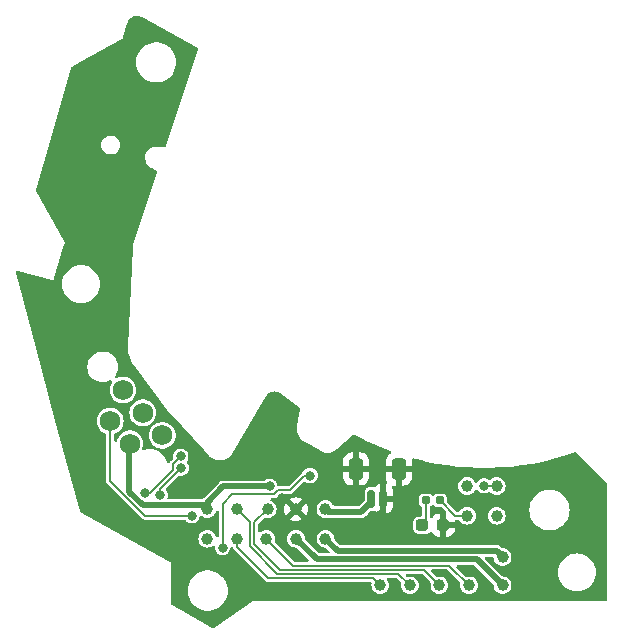
<source format=gbr>
%TF.GenerationSoftware,KiCad,Pcbnew,(7.0.0)*%
%TF.CreationDate,2023-05-27T11:40:30+01:00*%
%TF.ProjectId,right,72696768-742e-46b6-9963-61645f706362,rev?*%
%TF.SameCoordinates,Original*%
%TF.FileFunction,Copper,L1,Top*%
%TF.FilePolarity,Positive*%
%FSLAX46Y46*%
G04 Gerber Fmt 4.6, Leading zero omitted, Abs format (unit mm)*
G04 Created by KiCad (PCBNEW (7.0.0)) date 2023-05-27 11:40:30*
%MOMM*%
%LPD*%
G01*
G04 APERTURE LIST*
G04 Aperture macros list*
%AMRoundRect*
0 Rectangle with rounded corners*
0 $1 Rounding radius*
0 $2 $3 $4 $5 $6 $7 $8 $9 X,Y pos of 4 corners*
0 Add a 4 corners polygon primitive as box body*
4,1,4,$2,$3,$4,$5,$6,$7,$8,$9,$2,$3,0*
0 Add four circle primitives for the rounded corners*
1,1,$1+$1,$2,$3*
1,1,$1+$1,$4,$5*
1,1,$1+$1,$6,$7*
1,1,$1+$1,$8,$9*
0 Add four rect primitives between the rounded corners*
20,1,$1+$1,$2,$3,$4,$5,0*
20,1,$1+$1,$4,$5,$6,$7,0*
20,1,$1+$1,$6,$7,$8,$9,0*
20,1,$1+$1,$8,$9,$2,$3,0*%
G04 Aperture macros list end*
%TA.AperFunction,SMDPad,CuDef*%
%ADD10RoundRect,0.237500X0.287500X0.237500X-0.287500X0.237500X-0.287500X-0.237500X0.287500X-0.237500X0*%
%TD*%
%TA.AperFunction,SMDPad,CuDef*%
%ADD11C,1.000000*%
%TD*%
%TA.AperFunction,SMDPad,CuDef*%
%ADD12RoundRect,0.150000X-0.151091X-0.624737X0.148909X-0.625261X0.151091X0.624737X-0.148909X0.625261X0*%
%TD*%
%TA.AperFunction,SMDPad,CuDef*%
%ADD13RoundRect,0.250000X-0.351134X-0.649388X0.348865X-0.650610X0.351134X0.649388X-0.348865X0.650610X0*%
%TD*%
%TA.AperFunction,SMDPad,CuDef*%
%ADD14RoundRect,0.160000X0.197500X0.160000X-0.197500X0.160000X-0.197500X-0.160000X0.197500X-0.160000X0*%
%TD*%
%TA.AperFunction,ComponentPad*%
%ADD15C,1.750000*%
%TD*%
%TA.AperFunction,ViaPad*%
%ADD16C,0.800000*%
%TD*%
%TA.AperFunction,Conductor*%
%ADD17C,0.500000*%
%TD*%
%TA.AperFunction,Conductor*%
%ADD18C,0.150000*%
%TD*%
G04 APERTURE END LIST*
D10*
%TO.P,D1,1,K*%
%TO.N,GND*%
X61875000Y-93700000D03*
%TO.P,D1,2,A*%
%TO.N,Net-(D1-A)*%
X60125000Y-93700000D03*
%TD*%
D11*
%TO.P,TP8,1,1*%
%TO.N,+3V3*%
X41912115Y-92347962D03*
%TD*%
%TO.P,TP16,1,1*%
%TO.N,/FF_mic_R_+*%
X46912115Y-94847963D03*
%TD*%
%TO.P,TP13,1,1*%
%TO.N,/FF_mic_R_-*%
X47012115Y-92347962D03*
%TD*%
%TO.P,TP17,1,1*%
%TO.N,Net-(U2-OUT)*%
X63900000Y-92900000D03*
%TD*%
%TO.P,TP18,1,1*%
%TO.N,Net-(OC1-Pad2)*%
X66400000Y-92900000D03*
%TD*%
%TO.P,TP3,1,1*%
%TO.N,/FB_mic_R_+*%
X59060237Y-98808576D03*
%TD*%
%TO.P,TP19,1,1*%
%TO.N,/opto_out*%
X63900000Y-90400000D03*
%TD*%
%TO.P,TP1,1,1*%
%TO.N,/FF_mic_R_+*%
X64060236Y-98808576D03*
%TD*%
%TO.P,TP7,1,1*%
%TO.N,GND*%
X49412115Y-92347962D03*
%TD*%
%TO.P,TP6,1,1*%
%TO.N,/HP_R_-*%
X66900000Y-98800000D03*
%TD*%
%TO.P,TP9,1,1*%
%TO.N,+BATT*%
X51912115Y-92347962D03*
%TD*%
%TO.P,TP15,1,1*%
%TO.N,/FB_mic_R_-*%
X44412115Y-94847963D03*
%TD*%
%TO.P,TP12,1,1*%
%TO.N,/right_side_data*%
X41912115Y-94847963D03*
%TD*%
D12*
%TO.P,J6,1,Pin_1*%
%TO.N,+BATT*%
X55807451Y-91470819D03*
%TO.P,J6,2,Pin_2*%
%TO.N,GND*%
X56807450Y-91472565D03*
D13*
%TO.P,J6,MP,MP*%
X54511860Y-88943554D03*
X58111855Y-88949837D03*
%TD*%
D11*
%TO.P,TP5,1,1*%
%TO.N,/HP_R_+*%
X66900000Y-96400000D03*
%TD*%
%TO.P,TP4,1,1*%
%TO.N,/FB_mic_R_-*%
X56560236Y-98808576D03*
%TD*%
%TO.P,TP20,1,1*%
%TO.N,/opto_LDR*%
X66400000Y-90400000D03*
%TD*%
%TO.P,TP2,1,1*%
%TO.N,/FF_mic_R_-*%
X61560237Y-98808576D03*
%TD*%
%TO.P,TP14,1,1*%
%TO.N,/FB_mic_R_+*%
X44412115Y-92347962D03*
%TD*%
D14*
%TO.P,R4,1*%
%TO.N,Net-(U2-OUT)*%
X61597500Y-91600000D03*
%TO.P,R4,2*%
%TO.N,Net-(D1-A)*%
X60402500Y-91600000D03*
%TD*%
D15*
%TO.P,J5,1,Pin_1*%
%TO.N,/MISO*%
X38100000Y-86100000D03*
%TO.P,J5,2,Pin_2*%
%TO.N,+3V3*%
X35349842Y-86807909D03*
%TO.P,J5,3,Pin_3*%
%TO.N,/SCK*%
X36433610Y-84183038D03*
%TO.P,J5,4,Pin_4*%
%TO.N,/MOSI*%
X33683452Y-84890946D03*
%TO.P,J5,5,Pin_5*%
%TO.N,/~{reset}*%
X34767220Y-82266075D03*
%TO.P,J5,6,Pin_6*%
%TO.N,GND*%
X32017062Y-82973984D03*
%TD*%
D11*
%TO.P,TP11,1,1*%
%TO.N,/HP_R_-*%
X49412115Y-94847963D03*
%TD*%
%TO.P,TP10,1,1*%
%TO.N,/HP_R_+*%
X51912115Y-94847963D03*
%TD*%
D16*
%TO.N,GND*%
X30500000Y-81500000D03*
X52200000Y-88500000D03*
X35900000Y-51300000D03*
X31900000Y-92100000D03*
X68800000Y-99500000D03*
X39600000Y-96700000D03*
X31300000Y-88200000D03*
X45400000Y-87100000D03*
X34600000Y-92300000D03*
X39700000Y-100000000D03*
X42400000Y-101600000D03*
X36800000Y-64800000D03*
X29100000Y-73600000D03*
X47200000Y-89000000D03*
X36400000Y-94600000D03*
X63400000Y-94900000D03*
X29200000Y-83300000D03*
X40700000Y-94100000D03*
X40900000Y-90274500D03*
X33400000Y-63700000D03*
X48192277Y-91428604D03*
X64300000Y-97600000D03*
X40200000Y-86600000D03*
X75000000Y-94900000D03*
X50900000Y-99400000D03*
X44200000Y-96900000D03*
X32900000Y-70700000D03*
X50800000Y-93700000D03*
X32300000Y-67400000D03*
X54600000Y-99300000D03*
X40400000Y-53700000D03*
X60300000Y-99400000D03*
X30900000Y-55400000D03*
X75000000Y-90700000D03*
X68700000Y-94600000D03*
X59800000Y-88800000D03*
X26400000Y-72900000D03*
X58800000Y-91500000D03*
X50600000Y-91400000D03*
X56400000Y-92900000D03*
X63900000Y-91600000D03*
X75200000Y-99600000D03*
X46400000Y-99300000D03*
X68600000Y-89700000D03*
X33400000Y-78500000D03*
X28200000Y-65300000D03*
X48200000Y-93700000D03*
X49000000Y-86700000D03*
X53900000Y-94400000D03*
X38000000Y-60600000D03*
X54400000Y-91500000D03*
X32800000Y-75200000D03*
X56800000Y-94900000D03*
X39100000Y-93700000D03*
X30400000Y-69600000D03*
X72900000Y-88400000D03*
X54400000Y-86800000D03*
X30400000Y-77600000D03*
X31000000Y-84800000D03*
X47900000Y-83600000D03*
X39000000Y-91100000D03*
X28100000Y-78300000D03*
X34500000Y-59600000D03*
%TO.N,+3V3*%
X47200000Y-90425500D03*
%TO.N,Net-(U2-OUT)*%
X63900000Y-92900000D03*
%TO.N,/MOSI*%
X40600000Y-92900000D03*
%TO.N,/opto_out*%
X63900000Y-90400000D03*
%TO.N,Net-(OC1-Pad2)*%
X66400000Y-92900000D03*
%TO.N,/vol_up*%
X36663491Y-91019654D03*
X39655096Y-87873535D03*
%TO.N,/vol_down*%
X37911753Y-91151830D03*
X39715071Y-88871235D03*
%TO.N,/right_side_data*%
X41912115Y-94847963D03*
%TO.N,/opto_LDR*%
X65328194Y-90371806D03*
X43200000Y-95600000D03*
X50600000Y-89500000D03*
%TD*%
D17*
%TO.N,GND*%
X56807450Y-92492550D02*
X56400000Y-92900000D01*
X56807450Y-91472565D02*
X56807450Y-92492550D01*
%TO.N,+3V3*%
X41912115Y-92347962D02*
X41565483Y-92001330D01*
X47200000Y-90425500D02*
X43274500Y-90425500D01*
X41565483Y-92001330D02*
X36443792Y-92001330D01*
X35305596Y-90863134D02*
X35305596Y-86852155D01*
X41912115Y-91787885D02*
X41912115Y-92347962D01*
X35305596Y-86852155D02*
X35349842Y-86807909D01*
X43274500Y-90425500D02*
X41912115Y-91787885D01*
X36443792Y-92001330D02*
X35305596Y-90863134D01*
D18*
%TO.N,Net-(U2-OUT)*%
X61597500Y-91600000D02*
X62897500Y-92900000D01*
X62897500Y-92900000D02*
X63900000Y-92900000D01*
%TO.N,/MOSI*%
X36600000Y-92900000D02*
X33683452Y-89983452D01*
X40600000Y-92900000D02*
X36600000Y-92900000D01*
X33683452Y-89983452D02*
X33683452Y-84890946D01*
D17*
%TO.N,+BATT*%
X55807428Y-91731691D02*
X55807428Y-91470811D01*
X54939119Y-92600000D02*
X55807428Y-91731691D01*
X51912115Y-92347962D02*
X52164153Y-92600000D01*
X52164153Y-92600000D02*
X54939119Y-92600000D01*
D18*
%TO.N,/vol_up*%
X37033482Y-91019654D02*
X36663491Y-91019654D01*
X39655096Y-87873535D02*
X39040071Y-88488560D01*
X39040071Y-88488560D02*
X39040071Y-89013065D01*
X39040071Y-89013065D02*
X37033482Y-91019654D01*
%TO.N,/vol_down*%
X37911753Y-91151830D02*
X37911753Y-90636357D01*
X39676875Y-88871235D02*
X39715071Y-88871235D01*
X37911753Y-90636357D02*
X39676875Y-88871235D01*
%TO.N,/FF_mic_R_+*%
X62375662Y-97124002D02*
X49188153Y-97124001D01*
X49188153Y-97124001D02*
X46912115Y-94847963D01*
X64060236Y-98808576D02*
X62375662Y-97124002D01*
%TO.N,/FF_mic_R_-*%
X45900000Y-93460077D02*
X47012115Y-92347962D01*
X61560237Y-98808576D02*
X60225164Y-97473503D01*
X48073503Y-97473503D02*
X45900000Y-95300000D01*
X45900000Y-95300000D02*
X45900000Y-93460077D01*
X60225164Y-97473503D02*
X48073503Y-97473503D01*
%TO.N,/FB_mic_R_+*%
X45500000Y-93435847D02*
X44412115Y-92347962D01*
X58074665Y-97823004D02*
X47823004Y-97823004D01*
X47823004Y-97823004D02*
X45500000Y-95500000D01*
X45500000Y-95500000D02*
X45500000Y-93435847D01*
X59060237Y-98808576D02*
X58074665Y-97823004D01*
%TO.N,/FB_mic_R_-*%
X56560236Y-98808576D02*
X55924164Y-98172504D01*
X44412115Y-95555069D02*
X44412115Y-94847963D01*
X55924164Y-98172504D02*
X47029550Y-98172504D01*
X47029550Y-98172504D02*
X44412115Y-95555069D01*
D17*
%TO.N,/HP_R_+*%
X52964152Y-95900000D02*
X66400000Y-95900000D01*
X51912115Y-94847963D02*
X52964152Y-95900000D01*
X66400000Y-95900000D02*
X66900000Y-96400000D01*
%TO.N,/HP_R_-*%
X64699501Y-96599501D02*
X66900000Y-98800000D01*
X51163653Y-96599501D02*
X64699501Y-96599501D01*
X49412115Y-94847963D02*
X51163653Y-96599501D01*
D18*
%TO.N,/opto_LDR*%
X48879539Y-90753604D02*
X47912682Y-90753604D01*
X43200000Y-91900000D02*
X43200000Y-95600000D01*
X47566286Y-91100000D02*
X44000000Y-91100000D01*
X47912682Y-90753604D02*
X47566286Y-91100000D01*
X50133143Y-89500000D02*
X48879539Y-90753604D01*
X65328194Y-90371806D02*
X66371806Y-90371806D01*
X66371806Y-90371806D02*
X66400000Y-90400000D01*
X50600000Y-89500000D02*
X50133143Y-89500000D01*
X44000000Y-91100000D02*
X43200000Y-91900000D01*
%TO.N,Net-(D1-A)*%
X60402500Y-91600000D02*
X60402500Y-93372500D01*
X60402500Y-93372500D02*
X60075000Y-93700000D01*
%TD*%
%TA.AperFunction,Conductor*%
%TO.N,GND*%
G36*
X35993450Y-50558360D02*
G01*
X36018055Y-50560987D01*
X36119919Y-50582307D01*
X36149878Y-50588578D01*
X36173471Y-50596038D01*
X36302920Y-50651721D01*
X36314033Y-50657174D01*
X36343494Y-50673506D01*
X36357280Y-50681148D01*
X36357295Y-50681153D01*
X41076374Y-53296982D01*
X41092488Y-53305914D01*
X41134547Y-53344109D01*
X41155157Y-53397052D01*
X41149992Y-53453631D01*
X38421176Y-61628188D01*
X38391948Y-61675888D01*
X38344730Y-61705889D01*
X38289131Y-61712082D01*
X37718984Y-61645304D01*
X37718051Y-61645191D01*
X37628011Y-61633952D01*
X37458962Y-61645191D01*
X37444356Y-61646162D01*
X37266348Y-61692968D01*
X37100441Y-61772671D01*
X36952654Y-61882382D01*
X36952654Y-61882383D01*
X36828343Y-62018126D01*
X36732027Y-62174963D01*
X36667187Y-62347230D01*
X36636183Y-62528658D01*
X36640137Y-62712673D01*
X36678905Y-62892603D01*
X36751082Y-63061921D01*
X36854051Y-63214485D01*
X36984070Y-63344756D01*
X36984073Y-63344758D01*
X36984074Y-63344759D01*
X37136437Y-63448022D01*
X37164940Y-63460243D01*
X37195718Y-63473440D01*
X37214196Y-63483286D01*
X37615962Y-63743137D01*
X37653865Y-63781686D01*
X37671763Y-63832700D01*
X37666253Y-63886481D01*
X35637744Y-69970047D01*
X35630433Y-69982805D01*
X35616316Y-70033784D01*
X35614450Y-70039905D01*
X35608863Y-70056662D01*
X35608200Y-70060233D01*
X35607393Y-70077843D01*
X35606935Y-70084228D01*
X35601785Y-70136913D01*
X35604023Y-70151445D01*
X35217130Y-78601710D01*
X35215306Y-78641550D01*
X35214965Y-78648998D01*
X35214963Y-78649044D01*
X35209543Y-78766451D01*
X35226475Y-79015936D01*
X35271557Y-79261900D01*
X35344210Y-79501178D01*
X35443500Y-79730688D01*
X35568144Y-79947468D01*
X35642293Y-80047958D01*
X35642295Y-80047960D01*
X38753899Y-84268119D01*
X38761454Y-84279658D01*
X38763711Y-84283563D01*
X38766582Y-84286655D01*
X38775519Y-84297442D01*
X38778033Y-84300851D01*
X38781453Y-84303797D01*
X38791386Y-84313365D01*
X41596660Y-87334252D01*
X42048333Y-87820640D01*
X42053559Y-87826268D01*
X42053609Y-87826322D01*
X42136476Y-87915670D01*
X42136480Y-87915673D01*
X42297511Y-88039062D01*
X42476961Y-88133684D01*
X42669744Y-88196856D01*
X42842512Y-88222628D01*
X42870392Y-88226787D01*
X42870392Y-88226786D01*
X42870393Y-88226787D01*
X43073220Y-88222629D01*
X43272473Y-88184500D01*
X43462505Y-88113480D01*
X43637927Y-88011583D01*
X43793766Y-87881698D01*
X43925604Y-87727508D01*
X43976432Y-87642366D01*
X46885153Y-82777144D01*
X46892365Y-82766399D01*
X46980861Y-82648408D01*
X46998461Y-82629444D01*
X47104615Y-82536704D01*
X47125774Y-82521806D01*
X47248866Y-82453140D01*
X47272661Y-82442960D01*
X47407340Y-82401355D01*
X47432728Y-82396341D01*
X47573100Y-82383618D01*
X47598988Y-82383985D01*
X47738937Y-82400693D01*
X47764182Y-82406430D01*
X47897610Y-82451841D01*
X47921116Y-82462697D01*
X48047956Y-82538259D01*
X48058727Y-82545465D01*
X49719591Y-83787020D01*
X49760667Y-83840756D01*
X49767431Y-83908054D01*
X49515373Y-85324989D01*
X49515371Y-85324995D01*
X49515372Y-85324996D01*
X49506803Y-85373172D01*
X49500485Y-85408688D01*
X49500476Y-85408822D01*
X49490620Y-85464354D01*
X49486539Y-85649536D01*
X49510906Y-85833142D01*
X49563147Y-86010847D01*
X49642022Y-86178430D01*
X49642023Y-86178432D01*
X49642024Y-86178433D01*
X49745671Y-86331939D01*
X49745673Y-86331941D01*
X49745675Y-86331944D01*
X49871629Y-86467729D01*
X49871633Y-86467732D01*
X49871634Y-86467733D01*
X49996850Y-86566722D01*
X50016938Y-86582602D01*
X50065130Y-86609897D01*
X50065231Y-86609971D01*
X50077862Y-86617118D01*
X50077863Y-86617119D01*
X50096502Y-86627666D01*
X50097517Y-86628241D01*
X50132227Y-86647884D01*
X50146183Y-86655782D01*
X50146201Y-86655788D01*
X51422513Y-87378006D01*
X51440005Y-87387904D01*
X51440233Y-87388099D01*
X51484683Y-87413215D01*
X51484683Y-87413216D01*
X51565577Y-87458925D01*
X51739467Y-87524465D01*
X51921370Y-87562466D01*
X52106955Y-87572023D01*
X52291800Y-87552909D01*
X52471501Y-87505578D01*
X52578249Y-87458924D01*
X52641776Y-87431160D01*
X52641777Y-87431159D01*
X52641780Y-87431158D01*
X52798578Y-87331422D01*
X52840370Y-87294736D01*
X52840524Y-87294631D01*
X52851431Y-87285045D01*
X52851434Y-87285044D01*
X54235291Y-86068884D01*
X54279184Y-86043983D01*
X54329369Y-86038634D01*
X54377528Y-86053726D01*
X54569306Y-86160650D01*
X55275501Y-86518998D01*
X55369550Y-86566722D01*
X56185037Y-86941251D01*
X56796492Y-87193661D01*
X57014518Y-87283663D01*
X57018278Y-87285046D01*
X57380596Y-87418309D01*
X57435840Y-87458777D01*
X57461180Y-87522399D01*
X57448884Y-87589769D01*
X57402703Y-87640338D01*
X57295678Y-87706094D01*
X57171491Y-87829849D01*
X57079190Y-87978910D01*
X57023752Y-88145240D01*
X57013077Y-88247940D01*
X57012293Y-88697917D01*
X57862292Y-88699400D01*
X57862295Y-88699401D01*
X59212288Y-88701755D01*
X59213073Y-88251782D01*
X59206434Y-88185653D01*
X59214949Y-88126554D01*
X59250097Y-88078285D01*
X59303730Y-88052040D01*
X59363409Y-88053902D01*
X59574221Y-88113239D01*
X60047797Y-88226787D01*
X60446859Y-88322469D01*
X60446862Y-88322469D01*
X60446868Y-88322471D01*
X61327017Y-88497483D01*
X62213326Y-88638007D01*
X63104445Y-88743829D01*
X63999015Y-88814788D01*
X64895673Y-88850776D01*
X65785340Y-88851729D01*
X65793045Y-88851738D01*
X65793045Y-88851737D01*
X65793053Y-88851738D01*
X66689786Y-88817673D01*
X66689791Y-88817672D01*
X66689807Y-88817672D01*
X67481960Y-88756544D01*
X67584506Y-88748632D01*
X68475850Y-88644720D01*
X69362458Y-88506097D01*
X70242980Y-88332973D01*
X70615420Y-88244518D01*
X71116067Y-88125614D01*
X71412592Y-88042838D01*
X71980409Y-87884330D01*
X71980413Y-87884328D01*
X71980419Y-87884327D01*
X72834664Y-87609497D01*
X72878614Y-87593439D01*
X73061300Y-87526690D01*
X73130720Y-87522106D01*
X73191683Y-87555628D01*
X75730540Y-90103206D01*
X75757334Y-90143441D01*
X75766708Y-90190866D01*
X75756426Y-100009631D01*
X75739748Y-100071613D01*
X75694314Y-100116953D01*
X75632296Y-100133501D01*
X45945061Y-100102417D01*
X45934633Y-100101967D01*
X45902659Y-100099234D01*
X45881177Y-100107407D01*
X45864559Y-100112429D01*
X45842143Y-100117521D01*
X45817024Y-100137509D01*
X45808592Y-100143657D01*
X42468642Y-102369942D01*
X42404936Y-102390659D01*
X42339751Y-102375216D01*
X42330236Y-102369942D01*
X39685968Y-100904200D01*
X38936383Y-100488698D01*
X38890034Y-100443815D01*
X38872508Y-100381723D01*
X38869635Y-100140757D01*
X38858916Y-99241689D01*
X40240739Y-99241689D01*
X40259785Y-99495843D01*
X40316500Y-99744325D01*
X40409616Y-99981580D01*
X40537046Y-100202296D01*
X40537048Y-100202299D01*
X40537049Y-100202300D01*
X40695651Y-100401180D01*
X40695958Y-100401565D01*
X40882787Y-100574918D01*
X40882790Y-100574920D01*
X41093374Y-100718494D01*
X41323003Y-100829077D01*
X41566549Y-100904201D01*
X41818572Y-100942188D01*
X42073442Y-100942188D01*
X42325465Y-100904201D01*
X42569011Y-100829077D01*
X42798641Y-100718494D01*
X43009224Y-100574920D01*
X43196056Y-100401565D01*
X43354965Y-100202300D01*
X43482399Y-99981577D01*
X43575514Y-99744325D01*
X43632228Y-99495846D01*
X43651274Y-99241689D01*
X43632228Y-98987532D01*
X43575514Y-98739053D01*
X43482399Y-98501801D01*
X43480479Y-98498476D01*
X43354967Y-98281081D01*
X43327162Y-98246215D01*
X43196056Y-98081813D01*
X43185764Y-98072263D01*
X43009226Y-97908459D01*
X42848684Y-97799003D01*
X42798641Y-97764884D01*
X42798638Y-97764883D01*
X42798636Y-97764881D01*
X42569013Y-97654302D01*
X42569011Y-97654301D01*
X42325465Y-97579177D01*
X42073442Y-97541190D01*
X41818572Y-97541190D01*
X41566549Y-97579177D01*
X41323000Y-97654302D01*
X41093378Y-97764881D01*
X40882787Y-97908459D01*
X40695958Y-98081812D01*
X40537046Y-98281081D01*
X40409616Y-98501797D01*
X40316500Y-98739052D01*
X40259785Y-98987534D01*
X40240739Y-99241689D01*
X38858916Y-99241689D01*
X38831949Y-96979699D01*
X38832144Y-96971120D01*
X38834122Y-96936667D01*
X38826281Y-96917672D01*
X38820352Y-96899403D01*
X38815286Y-96878363D01*
X38800021Y-96852797D01*
X38783904Y-96838358D01*
X38770629Y-96824467D01*
X38757627Y-96808556D01*
X38726351Y-96793951D01*
X38718703Y-96790052D01*
X31151836Y-92595667D01*
X31114224Y-92563538D01*
X31092165Y-92519263D01*
X30918767Y-91871162D01*
X29051221Y-84890946D01*
X32553130Y-84890946D01*
X32572375Y-85098644D01*
X32629457Y-85299265D01*
X32722430Y-85485981D01*
X32848134Y-85652440D01*
X33002278Y-85792960D01*
X33002280Y-85792961D01*
X33002281Y-85792962D01*
X33179624Y-85902769D01*
X33278747Y-85941169D01*
X33320273Y-85967775D01*
X33348144Y-86008463D01*
X33357952Y-86056796D01*
X33357952Y-89963824D01*
X33357480Y-89974632D01*
X33354187Y-90012259D01*
X33363964Y-90048748D01*
X33366305Y-90059304D01*
X33373051Y-90097559D01*
X33383281Y-90122255D01*
X33383898Y-90123136D01*
X33405564Y-90154079D01*
X33411367Y-90163188D01*
X33430258Y-90195907D01*
X33459194Y-90220187D01*
X33467170Y-90227496D01*
X36355950Y-93116276D01*
X36363258Y-93124250D01*
X36387545Y-93153194D01*
X36411594Y-93167079D01*
X36420256Y-93172080D01*
X36429379Y-93177892D01*
X36460316Y-93199554D01*
X36460317Y-93199554D01*
X36461198Y-93200171D01*
X36485891Y-93210400D01*
X36486954Y-93210587D01*
X36486955Y-93210588D01*
X36524143Y-93217145D01*
X36534701Y-93219485D01*
X36571193Y-93229264D01*
X36608823Y-93225971D01*
X36619630Y-93225500D01*
X39969179Y-93225500D01*
X40026805Y-93239703D01*
X40071229Y-93279060D01*
X40109515Y-93334528D01*
X40109516Y-93334529D01*
X40109517Y-93334530D01*
X40227760Y-93439283D01*
X40367635Y-93512696D01*
X40521015Y-93550500D01*
X40678985Y-93550500D01*
X40832365Y-93512696D01*
X40972240Y-93439283D01*
X41090483Y-93334530D01*
X41180220Y-93204523D01*
X41236237Y-93056818D01*
X41240561Y-93021198D01*
X41262993Y-92963739D01*
X41310337Y-92924195D01*
X41370877Y-92912356D01*
X41429629Y-92931152D01*
X41441223Y-92938437D01*
X41441225Y-92938439D01*
X41584425Y-93028418D01*
X41744056Y-93084275D01*
X41912115Y-93103211D01*
X42080174Y-93084275D01*
X42239805Y-93028418D01*
X42383005Y-92938439D01*
X42502592Y-92818852D01*
X42592571Y-92675652D01*
X42633458Y-92558800D01*
X42673187Y-92502809D01*
X42736616Y-92476536D01*
X42804302Y-92488036D01*
X42855494Y-92533784D01*
X42874500Y-92599756D01*
X42874500Y-94596169D01*
X42855494Y-94662141D01*
X42804302Y-94707889D01*
X42736616Y-94719389D01*
X42673187Y-94693116D01*
X42633458Y-94637123D01*
X42624126Y-94610453D01*
X42592571Y-94520273D01*
X42502592Y-94377073D01*
X42383005Y-94257486D01*
X42239805Y-94167507D01*
X42080174Y-94111650D01*
X42080173Y-94111649D01*
X42080171Y-94111649D01*
X41912115Y-94092713D01*
X41744058Y-94111649D01*
X41584425Y-94167507D01*
X41441223Y-94257487D01*
X41321639Y-94377071D01*
X41231659Y-94520273D01*
X41175801Y-94679906D01*
X41156865Y-94847962D01*
X41175801Y-95016019D01*
X41175801Y-95016021D01*
X41175802Y-95016022D01*
X41231659Y-95175653D01*
X41321638Y-95318853D01*
X41441225Y-95438440D01*
X41584425Y-95528419D01*
X41744056Y-95584276D01*
X41912115Y-95603212D01*
X42080174Y-95584276D01*
X42239805Y-95528419D01*
X42358866Y-95453607D01*
X42425103Y-95434601D01*
X42491260Y-95453892D01*
X42536902Y-95505522D01*
X42547933Y-95573545D01*
X42544721Y-95599997D01*
X42563763Y-95756818D01*
X42619780Y-95904523D01*
X42709515Y-96034528D01*
X42709516Y-96034529D01*
X42709517Y-96034530D01*
X42827760Y-96139283D01*
X42967635Y-96212696D01*
X43121015Y-96250500D01*
X43278985Y-96250500D01*
X43432365Y-96212696D01*
X43572240Y-96139283D01*
X43690483Y-96034530D01*
X43780220Y-95904523D01*
X43836237Y-95756818D01*
X43850329Y-95640756D01*
X43877796Y-95576766D01*
X43935423Y-95537670D01*
X44005034Y-95535800D01*
X44064677Y-95571744D01*
X44095541Y-95634168D01*
X44101714Y-95669176D01*
X44111944Y-95693872D01*
X44112561Y-95694753D01*
X44134227Y-95725696D01*
X44140030Y-95734805D01*
X44158921Y-95767524D01*
X44187857Y-95791804D01*
X44195833Y-95799113D01*
X46785500Y-98388780D01*
X46792808Y-98396754D01*
X46817095Y-98425698D01*
X46833655Y-98435259D01*
X46849806Y-98444584D01*
X46858929Y-98450396D01*
X46889866Y-98472058D01*
X46889867Y-98472058D01*
X46890748Y-98472675D01*
X46915441Y-98482904D01*
X46916504Y-98483091D01*
X46916505Y-98483092D01*
X46953693Y-98489649D01*
X46964256Y-98491991D01*
X47000742Y-98501768D01*
X47000742Y-98501767D01*
X47000743Y-98501768D01*
X47038369Y-98498475D01*
X47049177Y-98498004D01*
X55701224Y-98498004D01*
X55767196Y-98517010D01*
X55812944Y-98568203D01*
X55824444Y-98635888D01*
X55804986Y-98808575D01*
X55823922Y-98976632D01*
X55823922Y-98976634D01*
X55823923Y-98976635D01*
X55879780Y-99136266D01*
X55969759Y-99279466D01*
X56089346Y-99399053D01*
X56232546Y-99489032D01*
X56392177Y-99544889D01*
X56560236Y-99563825D01*
X56728295Y-99544889D01*
X56887926Y-99489032D01*
X57031126Y-99399053D01*
X57150713Y-99279466D01*
X57240692Y-99136266D01*
X57296549Y-98976635D01*
X57315485Y-98808576D01*
X57296549Y-98640517D01*
X57240692Y-98480886D01*
X57151208Y-98338474D01*
X57132252Y-98275982D01*
X57147675Y-98212523D01*
X57193202Y-98165701D01*
X57256203Y-98148504D01*
X57888477Y-98148504D01*
X57935930Y-98157943D01*
X57976158Y-98184823D01*
X58296806Y-98505471D01*
X58330016Y-98565558D01*
X58326168Y-98634103D01*
X58323923Y-98640517D01*
X58304987Y-98808575D01*
X58323923Y-98976632D01*
X58323923Y-98976634D01*
X58323924Y-98976635D01*
X58379781Y-99136266D01*
X58469760Y-99279466D01*
X58589347Y-99399053D01*
X58732547Y-99489032D01*
X58892178Y-99544889D01*
X59060237Y-99563825D01*
X59228296Y-99544889D01*
X59387927Y-99489032D01*
X59531127Y-99399053D01*
X59650714Y-99279466D01*
X59740693Y-99136266D01*
X59796550Y-98976635D01*
X59815486Y-98808576D01*
X59796550Y-98640517D01*
X59740693Y-98480886D01*
X59650714Y-98337686D01*
X59531127Y-98218099D01*
X59387927Y-98128120D01*
X59228296Y-98072263D01*
X59228295Y-98072262D01*
X59228293Y-98072262D01*
X59060237Y-98053326D01*
X58892178Y-98072262D01*
X58885764Y-98074507D01*
X58817219Y-98078355D01*
X58757132Y-98045145D01*
X58722671Y-98010684D01*
X58692421Y-97961321D01*
X58687879Y-97903605D01*
X58710034Y-97850118D01*
X58754057Y-97812518D01*
X58810352Y-97799003D01*
X60038976Y-97799003D01*
X60086429Y-97808442D01*
X60126657Y-97835322D01*
X60796806Y-98505471D01*
X60830016Y-98565558D01*
X60826168Y-98634103D01*
X60823923Y-98640517D01*
X60804987Y-98808575D01*
X60823923Y-98976632D01*
X60823923Y-98976634D01*
X60823924Y-98976635D01*
X60879781Y-99136266D01*
X60969760Y-99279466D01*
X61089347Y-99399053D01*
X61232547Y-99489032D01*
X61392178Y-99544889D01*
X61560237Y-99563825D01*
X61728296Y-99544889D01*
X61887927Y-99489032D01*
X62031127Y-99399053D01*
X62150714Y-99279466D01*
X62240693Y-99136266D01*
X62296550Y-98976635D01*
X62315486Y-98808576D01*
X62296550Y-98640517D01*
X62240693Y-98480886D01*
X62150714Y-98337686D01*
X62031127Y-98218099D01*
X61887927Y-98128120D01*
X61728296Y-98072263D01*
X61728295Y-98072262D01*
X61728293Y-98072262D01*
X61560237Y-98053326D01*
X61392178Y-98072262D01*
X61385764Y-98074507D01*
X61317219Y-98078355D01*
X61257132Y-98045145D01*
X60873170Y-97661182D01*
X60842920Y-97611819D01*
X60838378Y-97554103D01*
X60860533Y-97500616D01*
X60904556Y-97463016D01*
X60960851Y-97449501D01*
X62189473Y-97449501D01*
X62236926Y-97458940D01*
X62277154Y-97485820D01*
X63296805Y-98505471D01*
X63330015Y-98565558D01*
X63326167Y-98634103D01*
X63323922Y-98640517D01*
X63304986Y-98808575D01*
X63323922Y-98976632D01*
X63323922Y-98976634D01*
X63323923Y-98976635D01*
X63379780Y-99136266D01*
X63469759Y-99279466D01*
X63589346Y-99399053D01*
X63732546Y-99489032D01*
X63892177Y-99544889D01*
X64060236Y-99563825D01*
X64228295Y-99544889D01*
X64387926Y-99489032D01*
X64531126Y-99399053D01*
X64650713Y-99279466D01*
X64740692Y-99136266D01*
X64796549Y-98976635D01*
X64815485Y-98808576D01*
X64796549Y-98640517D01*
X64740692Y-98480886D01*
X64650713Y-98337686D01*
X64531126Y-98218099D01*
X64387926Y-98128120D01*
X64228295Y-98072263D01*
X64228294Y-98072262D01*
X64228292Y-98072262D01*
X64060236Y-98053326D01*
X63892177Y-98072262D01*
X63885763Y-98074507D01*
X63817218Y-98078355D01*
X63757131Y-98045145D01*
X63023668Y-97311682D01*
X62993418Y-97262319D01*
X62988876Y-97204603D01*
X63011031Y-97151116D01*
X63055054Y-97113516D01*
X63111349Y-97100001D01*
X64440825Y-97100001D01*
X64488278Y-97109440D01*
X64528506Y-97136320D01*
X66108045Y-98715859D01*
X66132084Y-98749738D01*
X66143584Y-98789655D01*
X66163686Y-98968056D01*
X66163686Y-98968058D01*
X66163687Y-98968059D01*
X66219544Y-99127690D01*
X66309523Y-99270890D01*
X66429110Y-99390477D01*
X66572310Y-99480456D01*
X66731941Y-99536313D01*
X66900000Y-99555249D01*
X67068059Y-99536313D01*
X67227690Y-99480456D01*
X67370890Y-99390477D01*
X67490477Y-99270890D01*
X67580456Y-99127690D01*
X67636313Y-98968059D01*
X67655249Y-98800000D01*
X67636313Y-98631941D01*
X67580456Y-98472310D01*
X67490477Y-98329110D01*
X67370890Y-98209523D01*
X67227690Y-98119544D01*
X67068059Y-98063687D01*
X67068058Y-98063686D01*
X67068056Y-98063686D01*
X66889655Y-98043584D01*
X66849738Y-98032084D01*
X66815859Y-98008045D01*
X66514213Y-97706399D01*
X71604801Y-97706399D01*
X71624567Y-97957548D01*
X71683376Y-98202509D01*
X71701480Y-98246215D01*
X71779784Y-98435258D01*
X71911414Y-98650058D01*
X72075026Y-98841623D01*
X72266591Y-99005235D01*
X72481391Y-99136865D01*
X72714139Y-99233272D01*
X72959102Y-99292082D01*
X73210250Y-99311848D01*
X73461398Y-99292082D01*
X73706361Y-99233272D01*
X73939109Y-99136865D01*
X74153909Y-99005235D01*
X74345474Y-98841623D01*
X74509086Y-98650058D01*
X74640716Y-98435258D01*
X74737123Y-98202510D01*
X74795933Y-97957547D01*
X74815699Y-97706399D01*
X74795933Y-97455251D01*
X74737123Y-97210288D01*
X74640716Y-96977540D01*
X74509086Y-96762740D01*
X74345474Y-96571175D01*
X74153909Y-96407563D01*
X73939109Y-96275933D01*
X73786441Y-96212696D01*
X73706360Y-96179525D01*
X73461399Y-96120716D01*
X73210250Y-96100950D01*
X72959100Y-96120716D01*
X72714139Y-96179525D01*
X72481389Y-96275934D01*
X72266592Y-96407562D01*
X72075026Y-96571175D01*
X71911413Y-96762741D01*
X71779785Y-96977538D01*
X71683376Y-97210288D01*
X71624567Y-97455249D01*
X71604801Y-97706399D01*
X66514213Y-97706399D01*
X65419995Y-96612181D01*
X65389745Y-96562818D01*
X65385203Y-96505102D01*
X65407358Y-96451615D01*
X65451381Y-96414015D01*
X65507676Y-96400500D01*
X66033994Y-96400500D01*
X66091935Y-96414870D01*
X66136447Y-96454648D01*
X66157214Y-96510616D01*
X66163686Y-96568056D01*
X66163686Y-96568058D01*
X66163687Y-96568059D01*
X66219544Y-96727690D01*
X66309523Y-96870890D01*
X66429110Y-96990477D01*
X66572310Y-97080456D01*
X66731941Y-97136313D01*
X66900000Y-97155249D01*
X67068059Y-97136313D01*
X67227690Y-97080456D01*
X67370890Y-96990477D01*
X67490477Y-96870890D01*
X67580456Y-96727690D01*
X67636313Y-96568059D01*
X67655249Y-96400000D01*
X67636313Y-96231941D01*
X67580456Y-96072310D01*
X67490477Y-95929110D01*
X67370890Y-95809523D01*
X67227690Y-95719544D01*
X67068059Y-95663687D01*
X67068058Y-95663686D01*
X67068056Y-95663686D01*
X66889655Y-95643584D01*
X66849738Y-95632084D01*
X66815859Y-95608045D01*
X66801385Y-95593571D01*
X66784749Y-95572927D01*
X66782142Y-95568870D01*
X66744615Y-95536354D01*
X66738135Y-95530321D01*
X66728593Y-95520779D01*
X66717786Y-95512689D01*
X66710907Y-95507147D01*
X66673373Y-95474623D01*
X66673372Y-95474622D01*
X66668987Y-95472620D01*
X66646194Y-95459095D01*
X66642331Y-95456204D01*
X66642329Y-95456203D01*
X66595790Y-95438845D01*
X66587622Y-95435461D01*
X66565004Y-95425132D01*
X66542458Y-95414835D01*
X66541603Y-95414712D01*
X66537676Y-95414147D01*
X66512001Y-95407594D01*
X66507483Y-95405909D01*
X66457947Y-95402365D01*
X66449153Y-95401419D01*
X66435803Y-95399500D01*
X66435799Y-95399500D01*
X66422308Y-95399500D01*
X66413461Y-95399184D01*
X66363926Y-95395640D01*
X66359214Y-95396666D01*
X66332856Y-95399500D01*
X53222828Y-95399500D01*
X53175375Y-95390061D01*
X53135147Y-95363181D01*
X52704068Y-94932102D01*
X52680029Y-94898223D01*
X52668529Y-94858304D01*
X52651581Y-94707889D01*
X52648428Y-94679904D01*
X52592571Y-94520273D01*
X52502592Y-94377073D01*
X52383005Y-94257486D01*
X52239805Y-94167507D01*
X52080174Y-94111650D01*
X52080173Y-94111649D01*
X52080171Y-94111649D01*
X51912115Y-94092713D01*
X51744058Y-94111649D01*
X51584425Y-94167507D01*
X51441223Y-94257487D01*
X51321639Y-94377071D01*
X51231659Y-94520273D01*
X51175801Y-94679906D01*
X51156865Y-94847962D01*
X51175801Y-95016019D01*
X51175801Y-95016021D01*
X51175802Y-95016022D01*
X51231659Y-95175653D01*
X51321638Y-95318853D01*
X51441225Y-95438440D01*
X51584425Y-95528419D01*
X51744056Y-95584276D01*
X51912115Y-95603212D01*
X51912115Y-95603211D01*
X51922456Y-95604377D01*
X51962375Y-95615877D01*
X51996254Y-95639916D01*
X52243658Y-95887320D01*
X52273908Y-95936683D01*
X52278450Y-95994399D01*
X52256295Y-96047886D01*
X52212272Y-96085486D01*
X52155977Y-96099001D01*
X51422329Y-96099001D01*
X51374876Y-96089562D01*
X51334648Y-96062682D01*
X50204068Y-94932102D01*
X50180029Y-94898223D01*
X50168529Y-94858304D01*
X50151581Y-94707889D01*
X50148428Y-94679904D01*
X50092571Y-94520273D01*
X50002592Y-94377073D01*
X49883005Y-94257486D01*
X49739805Y-94167507D01*
X49580174Y-94111650D01*
X49580173Y-94111649D01*
X49580171Y-94111649D01*
X49412115Y-94092713D01*
X49244058Y-94111649D01*
X49084425Y-94167507D01*
X48941223Y-94257487D01*
X48821639Y-94377071D01*
X48731659Y-94520273D01*
X48675801Y-94679906D01*
X48656865Y-94847962D01*
X48675801Y-95016019D01*
X48675801Y-95016021D01*
X48675802Y-95016022D01*
X48731659Y-95175653D01*
X48821638Y-95318853D01*
X48941225Y-95438440D01*
X49084425Y-95528419D01*
X49244056Y-95584276D01*
X49412115Y-95603212D01*
X49412115Y-95603211D01*
X49422456Y-95604377D01*
X49462375Y-95615877D01*
X49496254Y-95639916D01*
X50443158Y-96586820D01*
X50473408Y-96636183D01*
X50477950Y-96693899D01*
X50455795Y-96747386D01*
X50411772Y-96784986D01*
X50355477Y-96798501D01*
X49374341Y-96798501D01*
X49326888Y-96789062D01*
X49286660Y-96762182D01*
X47675545Y-95151067D01*
X47642334Y-95090976D01*
X47646185Y-95022429D01*
X47648428Y-95016022D01*
X47667364Y-94847963D01*
X47648428Y-94679904D01*
X47592571Y-94520273D01*
X47502592Y-94377073D01*
X47383005Y-94257486D01*
X47239805Y-94167507D01*
X47080174Y-94111650D01*
X47080173Y-94111649D01*
X47080171Y-94111649D01*
X46912115Y-94092713D01*
X46744058Y-94111649D01*
X46584425Y-94167507D01*
X46441223Y-94257487D01*
X46437181Y-94261530D01*
X46387818Y-94291780D01*
X46330102Y-94296322D01*
X46276615Y-94274167D01*
X46239015Y-94230144D01*
X46225500Y-94173849D01*
X46225500Y-93984174D01*
X59349500Y-93984174D01*
X59355749Y-94042299D01*
X59404788Y-94173778D01*
X59488884Y-94286116D01*
X59601222Y-94370212D01*
X59732701Y-94419251D01*
X59790826Y-94425500D01*
X60459170Y-94425500D01*
X60459174Y-94425500D01*
X60517299Y-94419251D01*
X60648778Y-94370212D01*
X60761116Y-94286116D01*
X60761118Y-94286113D01*
X60772151Y-94277854D01*
X60835436Y-94253612D01*
X60902015Y-94266261D01*
X60952001Y-94312024D01*
X61005056Y-94398040D01*
X61126959Y-94519943D01*
X61273698Y-94610453D01*
X61437348Y-94664681D01*
X61538353Y-94675000D01*
X61625000Y-94675000D01*
X61625000Y-93950000D01*
X62125000Y-93950000D01*
X62125000Y-94674999D01*
X62211647Y-94674999D01*
X62312650Y-94664681D01*
X62476301Y-94610453D01*
X62623040Y-94519943D01*
X62744943Y-94398040D01*
X62835453Y-94251301D01*
X62889681Y-94087651D01*
X62900000Y-93986647D01*
X62900000Y-93950000D01*
X62125000Y-93950000D01*
X61625000Y-93950000D01*
X61625000Y-92725001D01*
X61538353Y-92725001D01*
X61437349Y-92735318D01*
X61273698Y-92789546D01*
X61126959Y-92880056D01*
X61005054Y-93001961D01*
X60957538Y-93078997D01*
X60911484Y-93122701D01*
X60849836Y-93137881D01*
X60788755Y-93120558D01*
X60744254Y-93075274D01*
X60728000Y-93013900D01*
X60728000Y-92231483D01*
X60746273Y-92166693D01*
X60795706Y-92120998D01*
X60844294Y-92096241D01*
X60912319Y-92028217D01*
X60967906Y-91996123D01*
X61032094Y-91996123D01*
X61087681Y-92028217D01*
X61155704Y-92096240D01*
X61155706Y-92096241D01*
X61271567Y-92155275D01*
X61367693Y-92170500D01*
X61656311Y-92170499D01*
X61703764Y-92179938D01*
X61743992Y-92206818D01*
X62105906Y-92568732D01*
X62138000Y-92624319D01*
X62138000Y-92688507D01*
X62125000Y-92711023D01*
X62125000Y-93450000D01*
X62899999Y-93450000D01*
X62899999Y-93413355D01*
X62894763Y-93362102D01*
X62906776Y-93294926D01*
X62952513Y-93244278D01*
X63018121Y-93225500D01*
X63149636Y-93225500D01*
X63209617Y-93240972D01*
X63254628Y-93283526D01*
X63309523Y-93370890D01*
X63429110Y-93490477D01*
X63572310Y-93580456D01*
X63731941Y-93636313D01*
X63900000Y-93655249D01*
X64068059Y-93636313D01*
X64227690Y-93580456D01*
X64370890Y-93490477D01*
X64490477Y-93370890D01*
X64580456Y-93227690D01*
X64636313Y-93068059D01*
X64655249Y-92900000D01*
X65644750Y-92900000D01*
X65663686Y-93068056D01*
X65663686Y-93068058D01*
X65663687Y-93068059D01*
X65719544Y-93227690D01*
X65809523Y-93370890D01*
X65929110Y-93490477D01*
X66072310Y-93580456D01*
X66231941Y-93636313D01*
X66400000Y-93655249D01*
X66568059Y-93636313D01*
X66727690Y-93580456D01*
X66870890Y-93490477D01*
X66990477Y-93370890D01*
X67080456Y-93227690D01*
X67136313Y-93068059D01*
X67155249Y-92900000D01*
X67136313Y-92731941D01*
X67080456Y-92572310D01*
X66990477Y-92429110D01*
X66976472Y-92415105D01*
X69178565Y-92415105D01*
X69197611Y-92669260D01*
X69254326Y-92917742D01*
X69347442Y-93154997D01*
X69474872Y-93375713D01*
X69474874Y-93375716D01*
X69474875Y-93375717D01*
X69506861Y-93415826D01*
X69633784Y-93574982D01*
X69820613Y-93748335D01*
X69820616Y-93748337D01*
X70031200Y-93891911D01*
X70260829Y-94002494D01*
X70504375Y-94077618D01*
X70756398Y-94115605D01*
X71011268Y-94115605D01*
X71263291Y-94077618D01*
X71506837Y-94002494D01*
X71736467Y-93891911D01*
X71947050Y-93748337D01*
X72133882Y-93574982D01*
X72292791Y-93375717D01*
X72420225Y-93154994D01*
X72513340Y-92917742D01*
X72570054Y-92669263D01*
X72589100Y-92415106D01*
X72570054Y-92160949D01*
X72513340Y-91912470D01*
X72420225Y-91675218D01*
X72415772Y-91667506D01*
X72292793Y-91454498D01*
X72270044Y-91425972D01*
X72133882Y-91255230D01*
X72100181Y-91223960D01*
X71947052Y-91081876D01*
X71819645Y-90995011D01*
X71736467Y-90938301D01*
X71736464Y-90938300D01*
X71736462Y-90938298D01*
X71506839Y-90827719D01*
X71506837Y-90827718D01*
X71263291Y-90752594D01*
X71011268Y-90714607D01*
X70756398Y-90714607D01*
X70504375Y-90752594D01*
X70307442Y-90813340D01*
X70260826Y-90827719D01*
X70031204Y-90938298D01*
X69820613Y-91081876D01*
X69633784Y-91255229D01*
X69474872Y-91454498D01*
X69347442Y-91675214D01*
X69254326Y-91912469D01*
X69197611Y-92160951D01*
X69178565Y-92415105D01*
X66976472Y-92415105D01*
X66870890Y-92309523D01*
X66727690Y-92219544D01*
X66568059Y-92163687D01*
X66568058Y-92163686D01*
X66568056Y-92163686D01*
X66400000Y-92144750D01*
X66231943Y-92163686D01*
X66072310Y-92219544D01*
X65929108Y-92309524D01*
X65809524Y-92429108D01*
X65719544Y-92572310D01*
X65663686Y-92731943D01*
X65644750Y-92900000D01*
X64655249Y-92900000D01*
X64636313Y-92731941D01*
X64580456Y-92572310D01*
X64490477Y-92429110D01*
X64370890Y-92309523D01*
X64227690Y-92219544D01*
X64068059Y-92163687D01*
X64068058Y-92163686D01*
X64068056Y-92163686D01*
X63900000Y-92144750D01*
X63731943Y-92163686D01*
X63572310Y-92219544D01*
X63429108Y-92309524D01*
X63309524Y-92429108D01*
X63309522Y-92429110D01*
X63309523Y-92429110D01*
X63267096Y-92496633D01*
X63254630Y-92516472D01*
X63209617Y-92559028D01*
X63149636Y-92574500D01*
X63083688Y-92574500D01*
X63036235Y-92565061D01*
X62996007Y-92538181D01*
X62241818Y-91783992D01*
X62214938Y-91743764D01*
X62205499Y-91696311D01*
X62205499Y-91407698D01*
X62205499Y-91407694D01*
X62190275Y-91311567D01*
X62145148Y-91223000D01*
X62131241Y-91195705D01*
X62039295Y-91103759D01*
X61923431Y-91044724D01*
X61827309Y-91029500D01*
X61367697Y-91029500D01*
X61319630Y-91037112D01*
X61271567Y-91044725D01*
X61271565Y-91044725D01*
X61271564Y-91044726D01*
X61155705Y-91103758D01*
X61087681Y-91171783D01*
X61032094Y-91203877D01*
X60967906Y-91203877D01*
X60912319Y-91171783D01*
X60844295Y-91103759D01*
X60728431Y-91044724D01*
X60632309Y-91029500D01*
X60172697Y-91029500D01*
X60124630Y-91037112D01*
X60076567Y-91044725D01*
X60076565Y-91044725D01*
X60076564Y-91044726D01*
X59960705Y-91103758D01*
X59868759Y-91195704D01*
X59809724Y-91311568D01*
X59794500Y-91407690D01*
X59794500Y-91792309D01*
X59809724Y-91888432D01*
X59868758Y-92004294D01*
X59960705Y-92096241D01*
X60009294Y-92120998D01*
X60058727Y-92166693D01*
X60077000Y-92231483D01*
X60077000Y-92850500D01*
X60060387Y-92912500D01*
X60015000Y-92957887D01*
X59953000Y-92974500D01*
X59790826Y-92974500D01*
X59746914Y-92979221D01*
X59732700Y-92980749D01*
X59601222Y-93029788D01*
X59488884Y-93113884D01*
X59404788Y-93226222D01*
X59386107Y-93276309D01*
X59355749Y-93357701D01*
X59349500Y-93415826D01*
X59349500Y-93984174D01*
X46225500Y-93984174D01*
X46225500Y-93646265D01*
X46234939Y-93598812D01*
X46261819Y-93558584D01*
X46370403Y-93450000D01*
X46610364Y-93210038D01*
X48903591Y-93210038D01*
X49027580Y-93276311D01*
X49216084Y-93333493D01*
X49412115Y-93352800D01*
X49608145Y-93333493D01*
X49796653Y-93276309D01*
X49920637Y-93210039D01*
X49920637Y-93210038D01*
X49412116Y-92701515D01*
X49412115Y-92701515D01*
X48903591Y-93210038D01*
X46610364Y-93210038D01*
X46709011Y-93111390D01*
X46769098Y-93078182D01*
X46837645Y-93082031D01*
X46844056Y-93084275D01*
X46931174Y-93094091D01*
X47012114Y-93103211D01*
X47012114Y-93103210D01*
X47012115Y-93103211D01*
X47180174Y-93084275D01*
X47339805Y-93028418D01*
X47483005Y-92938439D01*
X47602592Y-92818852D01*
X47692571Y-92675652D01*
X47748428Y-92516021D01*
X47767364Y-92347962D01*
X47767364Y-92347961D01*
X48407276Y-92347961D01*
X48426583Y-92543994D01*
X48483765Y-92732499D01*
X48550036Y-92856484D01*
X48550037Y-92856484D01*
X49058561Y-92347961D01*
X49765668Y-92347961D01*
X50274192Y-92856485D01*
X50340462Y-92732500D01*
X50397646Y-92543992D01*
X50416953Y-92347962D01*
X51156865Y-92347962D01*
X51175801Y-92516018D01*
X51175801Y-92516020D01*
X51175802Y-92516021D01*
X51231659Y-92675652D01*
X51321638Y-92818852D01*
X51441225Y-92938439D01*
X51584425Y-93028418D01*
X51744056Y-93084275D01*
X51819885Y-93092819D01*
X51912113Y-93103211D01*
X51912113Y-93103210D01*
X51912115Y-93103211D01*
X52012461Y-93091904D01*
X52038719Y-93095135D01*
X52038885Y-93092819D01*
X52056669Y-93094090D01*
X52056670Y-93094091D01*
X52106202Y-93097633D01*
X52114990Y-93098578D01*
X52128354Y-93100500D01*
X52141845Y-93100500D01*
X52150691Y-93100815D01*
X52200226Y-93104359D01*
X52204939Y-93103334D01*
X52231297Y-93100500D01*
X54871975Y-93100500D01*
X54898333Y-93103334D01*
X54903045Y-93104359D01*
X54903045Y-93104358D01*
X54903046Y-93104359D01*
X54952580Y-93100815D01*
X54961427Y-93100500D01*
X54974916Y-93100500D01*
X54974918Y-93100500D01*
X54988278Y-93098578D01*
X54997070Y-93097633D01*
X55046602Y-93094091D01*
X55051120Y-93092405D01*
X55076800Y-93085851D01*
X55081576Y-93085165D01*
X55126756Y-93064530D01*
X55134910Y-93061153D01*
X55181450Y-93043796D01*
X55185308Y-93040907D01*
X55208116Y-93027375D01*
X55212492Y-93025377D01*
X55250025Y-92992853D01*
X55256901Y-92987313D01*
X55267712Y-92979221D01*
X55277274Y-92969658D01*
X55283722Y-92963654D01*
X55321262Y-92931128D01*
X55323870Y-92927069D01*
X55340501Y-92906430D01*
X55501637Y-92745294D01*
X57055229Y-92745294D01*
X57057717Y-92745103D01*
X57215507Y-92699560D01*
X57357011Y-92616208D01*
X57473339Y-92500286D01*
X57557185Y-92359073D01*
X57603278Y-92201446D01*
X57606242Y-92164602D01*
X57607011Y-91723960D01*
X57057013Y-91723000D01*
X57055229Y-92745294D01*
X55501637Y-92745294D01*
X55714305Y-92532626D01*
X55754630Y-92505708D01*
X55802195Y-92496310D01*
X55987179Y-92496633D01*
X56054064Y-92486160D01*
X56111770Y-92490803D01*
X56161080Y-92521139D01*
X56253898Y-92614283D01*
X56395111Y-92698128D01*
X56552741Y-92744222D01*
X56555229Y-92744422D01*
X56557014Y-91722128D01*
X56559669Y-90199834D01*
X56557181Y-90200025D01*
X56399392Y-90245569D01*
X56257888Y-90328921D01*
X56164746Y-90421739D01*
X56115330Y-90451903D01*
X56057606Y-90456344D01*
X55990762Y-90445637D01*
X55627719Y-90445004D01*
X55533913Y-90459693D01*
X55420771Y-90517094D01*
X55359155Y-90578496D01*
X55330909Y-90606644D01*
X55287158Y-90692139D01*
X55273114Y-90719583D01*
X55258097Y-90813336D01*
X55256858Y-91523300D01*
X55247378Y-91570636D01*
X55220539Y-91610764D01*
X54768124Y-92063181D01*
X54727896Y-92090061D01*
X54680443Y-92099500D01*
X52708277Y-92099500D01*
X52658691Y-92089154D01*
X52617380Y-92059843D01*
X52600482Y-92031801D01*
X52600004Y-92032102D01*
X52576319Y-91994408D01*
X52502592Y-91877072D01*
X52383005Y-91757485D01*
X52239805Y-91667506D01*
X52080174Y-91611649D01*
X52080173Y-91611648D01*
X52080171Y-91611648D01*
X51912115Y-91592712D01*
X51744058Y-91611648D01*
X51584425Y-91667506D01*
X51441223Y-91757486D01*
X51321639Y-91877070D01*
X51231659Y-92020272D01*
X51175801Y-92179905D01*
X51156865Y-92347962D01*
X50416953Y-92347962D01*
X50416953Y-92347961D01*
X50397646Y-92151931D01*
X50340464Y-91963427D01*
X50274191Y-91839438D01*
X49765668Y-92347960D01*
X49765668Y-92347961D01*
X49058561Y-92347961D01*
X49058561Y-92347960D01*
X48550038Y-91839437D01*
X48550037Y-91839438D01*
X48483764Y-91963428D01*
X48426583Y-92151929D01*
X48407276Y-92347961D01*
X47767364Y-92347961D01*
X47748428Y-92179903D01*
X47692571Y-92020272D01*
X47602592Y-91877072D01*
X47483005Y-91757485D01*
X47339805Y-91667506D01*
X47337047Y-91666541D01*
X47281056Y-91626813D01*
X47254783Y-91563384D01*
X47266283Y-91495699D01*
X47275054Y-91485884D01*
X48903591Y-91485884D01*
X49412115Y-91994408D01*
X49412116Y-91994408D01*
X49920637Y-91485884D01*
X49920637Y-91485883D01*
X49796652Y-91419612D01*
X49608147Y-91362430D01*
X49412114Y-91343123D01*
X49216082Y-91362430D01*
X49027581Y-91419611D01*
X48903591Y-91485884D01*
X47275054Y-91485884D01*
X47312031Y-91444506D01*
X47378003Y-91425500D01*
X47546659Y-91425500D01*
X47557466Y-91425971D01*
X47595093Y-91429264D01*
X47631610Y-91419478D01*
X47642116Y-91417149D01*
X47679331Y-91410588D01*
X47679333Y-91410586D01*
X47680398Y-91410399D01*
X47705085Y-91400173D01*
X47705968Y-91399554D01*
X47705970Y-91399554D01*
X47736911Y-91377887D01*
X47746008Y-91372091D01*
X47778741Y-91353194D01*
X47803034Y-91324241D01*
X47810310Y-91316300D01*
X48011191Y-91115420D01*
X48051418Y-91088543D01*
X48098870Y-91079104D01*
X48859912Y-91079104D01*
X48870719Y-91079575D01*
X48908346Y-91082868D01*
X48944863Y-91073082D01*
X48955369Y-91070753D01*
X48992584Y-91064192D01*
X48992586Y-91064190D01*
X48993651Y-91064003D01*
X49018338Y-91053777D01*
X49019221Y-91053158D01*
X49019223Y-91053158D01*
X49050164Y-91031491D01*
X49059261Y-91025695D01*
X49091994Y-91006798D01*
X49116287Y-90977845D01*
X49123575Y-90969892D01*
X49749481Y-90343986D01*
X54759417Y-90343986D01*
X54909393Y-90344248D01*
X55012130Y-90333934D01*
X55178653Y-90279077D01*
X55328034Y-90187297D01*
X55452223Y-90063541D01*
X55544524Y-89914480D01*
X55599962Y-89748150D01*
X55610383Y-89647893D01*
X57010636Y-89647893D01*
X57020950Y-89750630D01*
X57075807Y-89917153D01*
X57132059Y-90008709D01*
X57150407Y-90073573D01*
X57132110Y-90138451D01*
X57082575Y-90184171D01*
X57076273Y-90185414D01*
X57059669Y-90200706D01*
X57057885Y-91223000D01*
X57607883Y-91223960D01*
X57608653Y-90783322D01*
X57605817Y-90746464D01*
X57560275Y-90588679D01*
X57524926Y-90528668D01*
X57507791Y-90463335D01*
X57527049Y-90399999D01*
X63144750Y-90399999D01*
X63163686Y-90568056D01*
X63163686Y-90568058D01*
X63163687Y-90568059D01*
X63219544Y-90727690D01*
X63309523Y-90870890D01*
X63429110Y-90990477D01*
X63572310Y-91080456D01*
X63731941Y-91136313D01*
X63900000Y-91155249D01*
X64068059Y-91136313D01*
X64227690Y-91080456D01*
X64370890Y-90990477D01*
X64490477Y-90870890D01*
X64577047Y-90733114D01*
X64620889Y-90691216D01*
X64679362Y-90675119D01*
X64738476Y-90688678D01*
X64784088Y-90728650D01*
X64837709Y-90806334D01*
X64837710Y-90806335D01*
X64837711Y-90806336D01*
X64955954Y-90911089D01*
X65095829Y-90984502D01*
X65249209Y-91022306D01*
X65407179Y-91022306D01*
X65560559Y-90984502D01*
X65700434Y-90911089D01*
X65700436Y-90911087D01*
X65713764Y-90904092D01*
X65715104Y-90906646D01*
X65747192Y-90890211D01*
X65808942Y-90892072D01*
X65862130Y-90923497D01*
X65929110Y-90990477D01*
X66072310Y-91080456D01*
X66231941Y-91136313D01*
X66400000Y-91155249D01*
X66568059Y-91136313D01*
X66727690Y-91080456D01*
X66870890Y-90990477D01*
X66990477Y-90870890D01*
X67080456Y-90727690D01*
X67136313Y-90568059D01*
X67155249Y-90400000D01*
X67136313Y-90231941D01*
X67080456Y-90072310D01*
X66990477Y-89929110D01*
X66870890Y-89809523D01*
X66727690Y-89719544D01*
X66568059Y-89663687D01*
X66568058Y-89663686D01*
X66568056Y-89663686D01*
X66400000Y-89644750D01*
X66231943Y-89663686D01*
X66072310Y-89719543D01*
X66072310Y-89719544D01*
X65937068Y-89804523D01*
X65929107Y-89809525D01*
X65892029Y-89846603D01*
X65838848Y-89878025D01*
X65777106Y-89879891D01*
X65722124Y-89851738D01*
X65700435Y-89832524D01*
X65700434Y-89832523D01*
X65619220Y-89789898D01*
X65560558Y-89759109D01*
X65407179Y-89721306D01*
X65249209Y-89721306D01*
X65095829Y-89759109D01*
X64955955Y-89832522D01*
X64837711Y-89937276D01*
X64765541Y-90041832D01*
X64719928Y-90081803D01*
X64660816Y-90095362D01*
X64602343Y-90079265D01*
X64558498Y-90037364D01*
X64528235Y-89989201D01*
X64490477Y-89929110D01*
X64370890Y-89809523D01*
X64227690Y-89719544D01*
X64068059Y-89663687D01*
X64068058Y-89663686D01*
X64068056Y-89663686D01*
X63900000Y-89644750D01*
X63731943Y-89663686D01*
X63572310Y-89719544D01*
X63429108Y-89809524D01*
X63309524Y-89929108D01*
X63219544Y-90072310D01*
X63163686Y-90231943D01*
X63144750Y-90399999D01*
X57527049Y-90399999D01*
X57527440Y-90398713D01*
X57578044Y-90353976D01*
X57599348Y-90350269D01*
X58359412Y-90350269D01*
X58509388Y-90350531D01*
X58612125Y-90340217D01*
X58778648Y-90285360D01*
X58928029Y-90193580D01*
X59052218Y-90069824D01*
X59144519Y-89920763D01*
X59199957Y-89754433D01*
X59210632Y-89651732D01*
X59211415Y-89201755D01*
X58361418Y-89200272D01*
X58359412Y-90350269D01*
X57599348Y-90350269D01*
X57644587Y-90342397D01*
X57709435Y-90349136D01*
X57859411Y-90349397D01*
X57861418Y-89199400D01*
X57011420Y-89197917D01*
X57010636Y-89647893D01*
X55610383Y-89647893D01*
X55610637Y-89645449D01*
X55611420Y-89195472D01*
X54761423Y-89193989D01*
X54759417Y-90343986D01*
X49749481Y-90343986D01*
X50053186Y-90040281D01*
X50106365Y-90008860D01*
X50168107Y-90006994D01*
X50223089Y-90035146D01*
X50227759Y-90039283D01*
X50367633Y-90112696D01*
X50521015Y-90150500D01*
X50678985Y-90150500D01*
X50832365Y-90112696D01*
X50972240Y-90039283D01*
X51090483Y-89934530D01*
X51180220Y-89804523D01*
X51236237Y-89656818D01*
X51238084Y-89641608D01*
X53410641Y-89641608D01*
X53420955Y-89744347D01*
X53475812Y-89910870D01*
X53567592Y-90060251D01*
X53691348Y-90184440D01*
X53840409Y-90276741D01*
X54006739Y-90332180D01*
X54109438Y-90342853D01*
X54259416Y-90343114D01*
X54261423Y-89193117D01*
X53411425Y-89191634D01*
X53410641Y-89641608D01*
X51238084Y-89641608D01*
X51255278Y-89500000D01*
X51236237Y-89343182D01*
X51180220Y-89195477D01*
X51090483Y-89065470D01*
X50972240Y-88960717D01*
X50958994Y-88953764D01*
X50832364Y-88887303D01*
X50678985Y-88849500D01*
X50521015Y-88849500D01*
X50367635Y-88887303D01*
X50227758Y-88960718D01*
X50109518Y-89065467D01*
X50047449Y-89155390D01*
X50016874Y-89186277D01*
X50007265Y-89190778D01*
X49962523Y-89222106D01*
X49953407Y-89227914D01*
X49920688Y-89246805D01*
X49896405Y-89275744D01*
X49889099Y-89283716D01*
X48781032Y-90391785D01*
X48740804Y-90418665D01*
X48693351Y-90428104D01*
X47965449Y-90428104D01*
X47907824Y-90413901D01*
X47863399Y-90374544D01*
X47842353Y-90319051D01*
X47837499Y-90279077D01*
X47836237Y-90268682D01*
X47780220Y-90120977D01*
X47702832Y-90008860D01*
X47690484Y-89990971D01*
X47680024Y-89981704D01*
X47572240Y-89886217D01*
X47504870Y-89850858D01*
X47432364Y-89812803D01*
X47278985Y-89775000D01*
X47121015Y-89775000D01*
X46967633Y-89812803D01*
X46827759Y-89886217D01*
X46819183Y-89893815D01*
X46780927Y-89916942D01*
X46736956Y-89925000D01*
X43341644Y-89925000D01*
X43315286Y-89922166D01*
X43310573Y-89921140D01*
X43261039Y-89924684D01*
X43252192Y-89925000D01*
X43238701Y-89925000D01*
X43225337Y-89926920D01*
X43216553Y-89927865D01*
X43167013Y-89931409D01*
X43162490Y-89933096D01*
X43136823Y-89939647D01*
X43132045Y-89940334D01*
X43086865Y-89960966D01*
X43078691Y-89964351D01*
X43032168Y-89981703D01*
X43028302Y-89984598D01*
X43005519Y-89998116D01*
X43001127Y-90000123D01*
X42963588Y-90032649D01*
X42956716Y-90038188D01*
X42945904Y-90046282D01*
X42936362Y-90055823D01*
X42929894Y-90061844D01*
X42892356Y-90094372D01*
X42889745Y-90098435D01*
X42873114Y-90119071D01*
X41605684Y-91386500D01*
X41585051Y-91403129D01*
X41580987Y-91405740D01*
X41548466Y-91443271D01*
X41542445Y-91449738D01*
X41527684Y-91464502D01*
X41487453Y-91491389D01*
X41439994Y-91500830D01*
X38654750Y-91500830D01*
X38597124Y-91486627D01*
X38552700Y-91447270D01*
X38531654Y-91391777D01*
X38538808Y-91332859D01*
X38542071Y-91324255D01*
X38547990Y-91308648D01*
X38567031Y-91151830D01*
X38547990Y-90995012D01*
X38500917Y-90870890D01*
X38491973Y-90847306D01*
X38437043Y-90767727D01*
X38415568Y-90736615D01*
X38394849Y-90683599D01*
X38400000Y-90626910D01*
X38429936Y-90578498D01*
X39466789Y-89541646D01*
X39521170Y-89509883D01*
X39584141Y-89508932D01*
X39636086Y-89521735D01*
X39794056Y-89521735D01*
X39947436Y-89483931D01*
X40087311Y-89410518D01*
X40205554Y-89305765D01*
X40295291Y-89175758D01*
X40351308Y-89028053D01*
X40370349Y-88871235D01*
X40351308Y-88714417D01*
X40343561Y-88693989D01*
X54762295Y-88693989D01*
X55612293Y-88695472D01*
X55613078Y-88245497D01*
X55602764Y-88142760D01*
X55547907Y-87976237D01*
X55456127Y-87826856D01*
X55332371Y-87702667D01*
X55183310Y-87610366D01*
X55016980Y-87554927D01*
X54914280Y-87544253D01*
X54764302Y-87543991D01*
X54762295Y-88693989D01*
X40343561Y-88693989D01*
X40342668Y-88691634D01*
X53412298Y-88691634D01*
X54262295Y-88693117D01*
X54264301Y-87543120D01*
X54114326Y-87542859D01*
X54011589Y-87553173D01*
X53845066Y-87608030D01*
X53695685Y-87699810D01*
X53571496Y-87823566D01*
X53479195Y-87972627D01*
X53423757Y-88138957D01*
X53413082Y-88241657D01*
X53412298Y-88691634D01*
X40342668Y-88691634D01*
X40295291Y-88566712D01*
X40205554Y-88436705D01*
X40195464Y-88427766D01*
X40161749Y-88378922D01*
X40154595Y-88320004D01*
X40175638Y-88264515D01*
X40235316Y-88178058D01*
X40291333Y-88030353D01*
X40310374Y-87873535D01*
X40291333Y-87716717D01*
X40235316Y-87569012D01*
X40150394Y-87445981D01*
X40145580Y-87439006D01*
X40127395Y-87422896D01*
X40027336Y-87334252D01*
X39952046Y-87294736D01*
X39887460Y-87260838D01*
X39734081Y-87223035D01*
X39576111Y-87223035D01*
X39422731Y-87260838D01*
X39282857Y-87334251D01*
X39164611Y-87439006D01*
X39074876Y-87569011D01*
X39018859Y-87716716D01*
X38999817Y-87873535D01*
X39013648Y-87987443D01*
X39007769Y-88042838D01*
X38978233Y-88090070D01*
X38823785Y-88244518D01*
X38815812Y-88251824D01*
X38786877Y-88276104D01*
X38767985Y-88308824D01*
X38762177Y-88317940D01*
X38739902Y-88349753D01*
X38728584Y-88377072D01*
X38725901Y-88381718D01*
X38687473Y-88422767D01*
X38634867Y-88442625D01*
X38578899Y-88437207D01*
X38531079Y-88407628D01*
X38501239Y-88359970D01*
X38497430Y-88348876D01*
X38434424Y-88165344D01*
X38316070Y-87946645D01*
X38316067Y-87946641D01*
X38316066Y-87946639D01*
X38163336Y-87750413D01*
X38163334Y-87750410D01*
X37980381Y-87581990D01*
X37772203Y-87445981D01*
X37772197Y-87445977D01*
X37719579Y-87422896D01*
X37672344Y-87386529D01*
X37647538Y-87332322D01*
X37650895Y-87272804D01*
X37681638Y-87221730D01*
X37732663Y-87190905D01*
X37792167Y-87187452D01*
X37995707Y-87225500D01*
X38204291Y-87225500D01*
X38204293Y-87225500D01*
X38409327Y-87187173D01*
X38603828Y-87111823D01*
X38781171Y-87002016D01*
X38935318Y-86861493D01*
X39061019Y-86695038D01*
X39061019Y-86695036D01*
X39061021Y-86695035D01*
X39153994Y-86508319D01*
X39211076Y-86307698D01*
X39213866Y-86277578D01*
X39230322Y-86100000D01*
X39215589Y-85941012D01*
X39211076Y-85892301D01*
X39153994Y-85691680D01*
X39061021Y-85504964D01*
X38935317Y-85338505D01*
X38781173Y-85197985D01*
X38603827Y-85088176D01*
X38409328Y-85012827D01*
X38340982Y-85000051D01*
X38204293Y-84974500D01*
X37995707Y-84974500D01*
X37893189Y-84993663D01*
X37790671Y-85012827D01*
X37596172Y-85088176D01*
X37418826Y-85197985D01*
X37264682Y-85338505D01*
X37138978Y-85504964D01*
X37046005Y-85691680D01*
X36988923Y-85892301D01*
X36969678Y-86100000D01*
X36988923Y-86307698D01*
X37046005Y-86508319D01*
X37138978Y-86695035D01*
X37264682Y-86861494D01*
X37418830Y-87002017D01*
X37589304Y-87107572D01*
X37635717Y-87159135D01*
X37647168Y-87227558D01*
X37620075Y-87291424D01*
X37562917Y-87330741D01*
X37493587Y-87333203D01*
X37303417Y-87285046D01*
X37303415Y-87285045D01*
X37303412Y-87285045D01*
X37117669Y-87269654D01*
X37117663Y-87269654D01*
X36993529Y-87269654D01*
X36993523Y-87269654D01*
X36807779Y-87285045D01*
X36807775Y-87285045D01*
X36807775Y-87285046D01*
X36566715Y-87346091D01*
X36566714Y-87346091D01*
X36559963Y-87347801D01*
X36495734Y-87346903D01*
X36440572Y-87313988D01*
X36409280Y-87257889D01*
X36410257Y-87193661D01*
X36460918Y-87015607D01*
X36467683Y-86942595D01*
X36480164Y-86807909D01*
X36465335Y-86647884D01*
X36460918Y-86600210D01*
X36403836Y-86399589D01*
X36310863Y-86212873D01*
X36185159Y-86046414D01*
X36031015Y-85905894D01*
X35853669Y-85796085D01*
X35659170Y-85720736D01*
X35590824Y-85707960D01*
X35454135Y-85682409D01*
X35245549Y-85682409D01*
X35143031Y-85701572D01*
X35040513Y-85720736D01*
X34846014Y-85796085D01*
X34668668Y-85905894D01*
X34514524Y-86046414D01*
X34388820Y-86212873D01*
X34295847Y-86399589D01*
X34252218Y-86552932D01*
X34223292Y-86603937D01*
X34174164Y-86635949D01*
X34115821Y-86641809D01*
X34061308Y-86620206D01*
X34022816Y-86575972D01*
X34008952Y-86518998D01*
X34008952Y-86056796D01*
X34018760Y-86008463D01*
X34046631Y-85967775D01*
X34088156Y-85941169D01*
X34187280Y-85902769D01*
X34364623Y-85792962D01*
X34518770Y-85652439D01*
X34644471Y-85485984D01*
X34644471Y-85485982D01*
X34644473Y-85485981D01*
X34737446Y-85299265D01*
X34794528Y-85098644D01*
X34802480Y-85012827D01*
X34813774Y-84890946D01*
X34794528Y-84683250D01*
X34794528Y-84683247D01*
X34737446Y-84482626D01*
X34644473Y-84295910D01*
X34559236Y-84183038D01*
X35303288Y-84183038D01*
X35322533Y-84390736D01*
X35379615Y-84591357D01*
X35472588Y-84778073D01*
X35598292Y-84944532D01*
X35752436Y-85085052D01*
X35752438Y-85085053D01*
X35752439Y-85085054D01*
X35929782Y-85194861D01*
X36124283Y-85270211D01*
X36329317Y-85308538D01*
X36537901Y-85308538D01*
X36537903Y-85308538D01*
X36742937Y-85270211D01*
X36937438Y-85194861D01*
X37114781Y-85085054D01*
X37268928Y-84944531D01*
X37394629Y-84778076D01*
X37394629Y-84778074D01*
X37394631Y-84778073D01*
X37487604Y-84591357D01*
X37544686Y-84390736D01*
X37553015Y-84300848D01*
X37563932Y-84183038D01*
X37544686Y-83975342D01*
X37544686Y-83975339D01*
X37487604Y-83774718D01*
X37394631Y-83588002D01*
X37268927Y-83421543D01*
X37114783Y-83281023D01*
X36937437Y-83171214D01*
X36742938Y-83095865D01*
X36674592Y-83083089D01*
X36537903Y-83057538D01*
X36329317Y-83057538D01*
X36226799Y-83076701D01*
X36124281Y-83095865D01*
X35929782Y-83171214D01*
X35752436Y-83281023D01*
X35598292Y-83421543D01*
X35472588Y-83588002D01*
X35379615Y-83774718D01*
X35322533Y-83975339D01*
X35303288Y-84183038D01*
X34559236Y-84183038D01*
X34518769Y-84129451D01*
X34364625Y-83988931D01*
X34187279Y-83879122D01*
X33992780Y-83803773D01*
X33903157Y-83787020D01*
X33787745Y-83765446D01*
X33579159Y-83765446D01*
X33485279Y-83782995D01*
X33374123Y-83803773D01*
X33179624Y-83879122D01*
X33002278Y-83988931D01*
X32848134Y-84129451D01*
X32722430Y-84295910D01*
X32629457Y-84482626D01*
X32572375Y-84683247D01*
X32553130Y-84890946D01*
X29051221Y-84890946D01*
X27823945Y-80303829D01*
X31755997Y-80303829D01*
X31775830Y-80530519D01*
X31834727Y-80750327D01*
X31930898Y-80956565D01*
X32061419Y-81142970D01*
X32222325Y-81303876D01*
X32408730Y-81434397D01*
X32408731Y-81434397D01*
X32408732Y-81434398D01*
X32614970Y-81530569D01*
X32834774Y-81589465D01*
X32919728Y-81596897D01*
X33004680Y-81604330D01*
X33004682Y-81604330D01*
X33118250Y-81604330D01*
X33118252Y-81604330D01*
X33186213Y-81598384D01*
X33288158Y-81589465D01*
X33507962Y-81530569D01*
X33680313Y-81450199D01*
X33744410Y-81439135D01*
X33805291Y-81462039D01*
X33846201Y-81512611D01*
X33855883Y-81576934D01*
X33831671Y-81637307D01*
X33806200Y-81671036D01*
X33713225Y-81857755D01*
X33656143Y-82058376D01*
X33636898Y-82266075D01*
X33656143Y-82473773D01*
X33713225Y-82674394D01*
X33806198Y-82861110D01*
X33931902Y-83027569D01*
X34086046Y-83168089D01*
X34086048Y-83168090D01*
X34086049Y-83168091D01*
X34263392Y-83277898D01*
X34457893Y-83353248D01*
X34662927Y-83391575D01*
X34871511Y-83391575D01*
X34871513Y-83391575D01*
X35076547Y-83353248D01*
X35271048Y-83277898D01*
X35448391Y-83168091D01*
X35602538Y-83027568D01*
X35728239Y-82861113D01*
X35728239Y-82861111D01*
X35728241Y-82861110D01*
X35821214Y-82674394D01*
X35878296Y-82473773D01*
X35884536Y-82406431D01*
X35897542Y-82266075D01*
X35878296Y-82058379D01*
X35878296Y-82058376D01*
X35821214Y-81857755D01*
X35728241Y-81671039D01*
X35602537Y-81504580D01*
X35448393Y-81364060D01*
X35271047Y-81254251D01*
X35076548Y-81178902D01*
X35008202Y-81166126D01*
X34871513Y-81140575D01*
X34662927Y-81140575D01*
X34457893Y-81178902D01*
X34430720Y-81189429D01*
X34259730Y-81255670D01*
X34197553Y-81262818D01*
X34139804Y-81238689D01*
X34101196Y-81189429D01*
X34091564Y-81127588D01*
X34113362Y-81068920D01*
X34192034Y-80956564D01*
X34288205Y-80750326D01*
X34347101Y-80530522D01*
X34366934Y-80303830D01*
X34347101Y-80077138D01*
X34288205Y-79857334D01*
X34192034Y-79651096D01*
X34087061Y-79501178D01*
X34061512Y-79464689D01*
X33900606Y-79303783D01*
X33714201Y-79173262D01*
X33507963Y-79077091D01*
X33288155Y-79018194D01*
X33118252Y-79003330D01*
X33118250Y-79003330D01*
X33004682Y-79003330D01*
X33004680Y-79003330D01*
X32834776Y-79018194D01*
X32614968Y-79077091D01*
X32408730Y-79173262D01*
X32222325Y-79303783D01*
X32061419Y-79464689D01*
X31930898Y-79651094D01*
X31834727Y-79857332D01*
X31775830Y-80077140D01*
X31755997Y-80303829D01*
X27823945Y-80303829D01*
X25945272Y-73282024D01*
X29604726Y-73282024D01*
X29624492Y-73533173D01*
X29683301Y-73778134D01*
X29731505Y-73894509D01*
X29779709Y-74010883D01*
X29911339Y-74225683D01*
X30074951Y-74417248D01*
X30266516Y-74580860D01*
X30481316Y-74712490D01*
X30714064Y-74808897D01*
X30959027Y-74867707D01*
X31210175Y-74887473D01*
X31461323Y-74867707D01*
X31706286Y-74808897D01*
X31939034Y-74712490D01*
X32153834Y-74580860D01*
X32345399Y-74417248D01*
X32509011Y-74225683D01*
X32640641Y-74010883D01*
X32737048Y-73778135D01*
X32795858Y-73533172D01*
X32815624Y-73282024D01*
X32795858Y-73030876D01*
X32737048Y-72785913D01*
X32640641Y-72553165D01*
X32509011Y-72338365D01*
X32345399Y-72146800D01*
X32153834Y-71983188D01*
X31939034Y-71851558D01*
X31822659Y-71803354D01*
X31706285Y-71755150D01*
X31461324Y-71696341D01*
X31210175Y-71676575D01*
X30959025Y-71696341D01*
X30714064Y-71755150D01*
X30515399Y-71837440D01*
X30488878Y-71848426D01*
X30481314Y-71851559D01*
X30266517Y-71983187D01*
X30074951Y-72146800D01*
X29911338Y-72338366D01*
X29779710Y-72553163D01*
X29683301Y-72785913D01*
X29624492Y-73030874D01*
X29604726Y-73282024D01*
X25945272Y-73282024D01*
X25685835Y-72312341D01*
X25685895Y-72248025D01*
X25718168Y-72192388D01*
X25773971Y-72160404D01*
X25838289Y-72160675D01*
X28720421Y-72947775D01*
X28721538Y-72948087D01*
X28763908Y-72960177D01*
X28774807Y-72958295D01*
X28801130Y-72956600D01*
X28812176Y-72957067D01*
X28818916Y-72954164D01*
X28846871Y-72945860D01*
X28854100Y-72944613D01*
X28863108Y-72938186D01*
X28886075Y-72925245D01*
X28896239Y-72920869D01*
X28901046Y-72915335D01*
X28922636Y-72895720D01*
X28928609Y-72891460D01*
X28933934Y-72881764D01*
X28949020Y-72860129D01*
X28956271Y-72851785D01*
X28956270Y-72851785D01*
X28956273Y-72851783D01*
X28967904Y-72809186D01*
X28968174Y-72808222D01*
X29804872Y-69875714D01*
X29816457Y-69851501D01*
X29817393Y-69845905D01*
X29817394Y-69845904D01*
X29821936Y-69818744D01*
X29824994Y-69805187D01*
X29826196Y-69800979D01*
X29826430Y-69796605D01*
X29827950Y-69782795D01*
X29832495Y-69755633D01*
X29832494Y-69755631D01*
X29833430Y-69750039D01*
X29832038Y-69737957D01*
X29829854Y-69732722D01*
X29819248Y-69707302D01*
X29814623Y-69694192D01*
X29813403Y-69690000D01*
X29813403Y-69689999D01*
X29811281Y-69686184D01*
X29805215Y-69673671D01*
X29794611Y-69648254D01*
X29794609Y-69648253D01*
X29792427Y-69643021D01*
X29775632Y-69622069D01*
X27425161Y-65394874D01*
X27410350Y-65348815D01*
X27414293Y-65300593D01*
X27415426Y-65296624D01*
X28493070Y-61519627D01*
X32915813Y-61519627D01*
X32936010Y-61698878D01*
X32936010Y-61698880D01*
X32936011Y-61698882D01*
X32995590Y-61869149D01*
X33052357Y-61959494D01*
X33091564Y-62021891D01*
X33219114Y-62149441D01*
X33219116Y-62149442D01*
X33219117Y-62149443D01*
X33371857Y-62245416D01*
X33542124Y-62304995D01*
X33609274Y-62312561D01*
X33676422Y-62320127D01*
X33676425Y-62320127D01*
X33766333Y-62320127D01*
X33766336Y-62320127D01*
X33823890Y-62313641D01*
X33900634Y-62304995D01*
X34070901Y-62245416D01*
X34223641Y-62149443D01*
X34351195Y-62021889D01*
X34447168Y-61869149D01*
X34506747Y-61698882D01*
X34526944Y-61519627D01*
X34506747Y-61340372D01*
X34447168Y-61170105D01*
X34351195Y-61017365D01*
X34351194Y-61017364D01*
X34351193Y-61017362D01*
X34223643Y-60889812D01*
X34161246Y-60850606D01*
X34070901Y-60793838D01*
X33900634Y-60734259D01*
X33900632Y-60734258D01*
X33900630Y-60734258D01*
X33766336Y-60719127D01*
X33766333Y-60719127D01*
X33676425Y-60719127D01*
X33676422Y-60719127D01*
X33542127Y-60734258D01*
X33542124Y-60734258D01*
X33542124Y-60734259D01*
X33371857Y-60793838D01*
X33371855Y-60793838D01*
X33371855Y-60793839D01*
X33219114Y-60889812D01*
X33091564Y-61017362D01*
X32995591Y-61170103D01*
X32936010Y-61340375D01*
X32915813Y-61519627D01*
X28493070Y-61519627D01*
X30358590Y-54981228D01*
X30380686Y-54938187D01*
X30417570Y-54906879D01*
X31116743Y-54518114D01*
X35875890Y-54518114D01*
X35894936Y-54772268D01*
X35942630Y-54981229D01*
X35951651Y-55020751D01*
X36044766Y-55258002D01*
X36172201Y-55478726D01*
X36331109Y-55677991D01*
X36331111Y-55677993D01*
X36331112Y-55677994D01*
X36517936Y-55851342D01*
X36517938Y-55851343D01*
X36517942Y-55851347D01*
X36728526Y-55994920D01*
X36958155Y-56105504D01*
X37201702Y-56180628D01*
X37453725Y-56218615D01*
X37708595Y-56218615D01*
X37960618Y-56180628D01*
X38204165Y-56105504D01*
X38433795Y-55994920D01*
X38644378Y-55851347D01*
X38831211Y-55677991D01*
X38990119Y-55478726D01*
X39117554Y-55258002D01*
X39210669Y-55020751D01*
X39267383Y-54772271D01*
X39286429Y-54518114D01*
X39267383Y-54263957D01*
X39210669Y-54015477D01*
X39117554Y-53778226D01*
X38990119Y-53557502D01*
X38831211Y-53358237D01*
X38815985Y-53344109D01*
X38644380Y-53184882D01*
X38541409Y-53114678D01*
X38433795Y-53041308D01*
X38204165Y-52930724D01*
X37960618Y-52855600D01*
X37708595Y-52817613D01*
X37453725Y-52817613D01*
X37201702Y-52855600D01*
X36958155Y-52930724D01*
X36728526Y-53041308D01*
X36559986Y-53156215D01*
X36517936Y-53184885D01*
X36331112Y-53358233D01*
X36172200Y-53557503D01*
X36044766Y-53778225D01*
X35951651Y-54015476D01*
X35894936Y-54263959D01*
X35875890Y-54518114D01*
X31116743Y-54518114D01*
X34644766Y-52556408D01*
X34670087Y-52547476D01*
X34697117Y-52528192D01*
X34708873Y-52520763D01*
X34712694Y-52518639D01*
X34715941Y-52515721D01*
X34726785Y-52507026D01*
X34749213Y-52491028D01*
X34749214Y-52491025D01*
X34753840Y-52487726D01*
X34761386Y-52478213D01*
X34774016Y-52447497D01*
X34780025Y-52434938D01*
X34782123Y-52431119D01*
X34782124Y-52431118D01*
X34783327Y-52426899D01*
X34787879Y-52413781D01*
X34798353Y-52388312D01*
X34798352Y-52388309D01*
X34800511Y-52383061D01*
X34803448Y-52356376D01*
X35136912Y-51187632D01*
X35136918Y-51187618D01*
X35150492Y-51140039D01*
X35154477Y-51128318D01*
X35206470Y-50997331D01*
X35217848Y-50975359D01*
X35291404Y-50862535D01*
X35306909Y-50843271D01*
X35401417Y-50747286D01*
X35420432Y-50731491D01*
X35532107Y-50656190D01*
X35553891Y-50644478D01*
X35678293Y-50592852D01*
X35701969Y-50585698D01*
X35834156Y-50559801D01*
X35858773Y-50557493D01*
X35993450Y-50558360D01*
G37*
%TD.AperFunction*%
%TD*%
M02*

</source>
